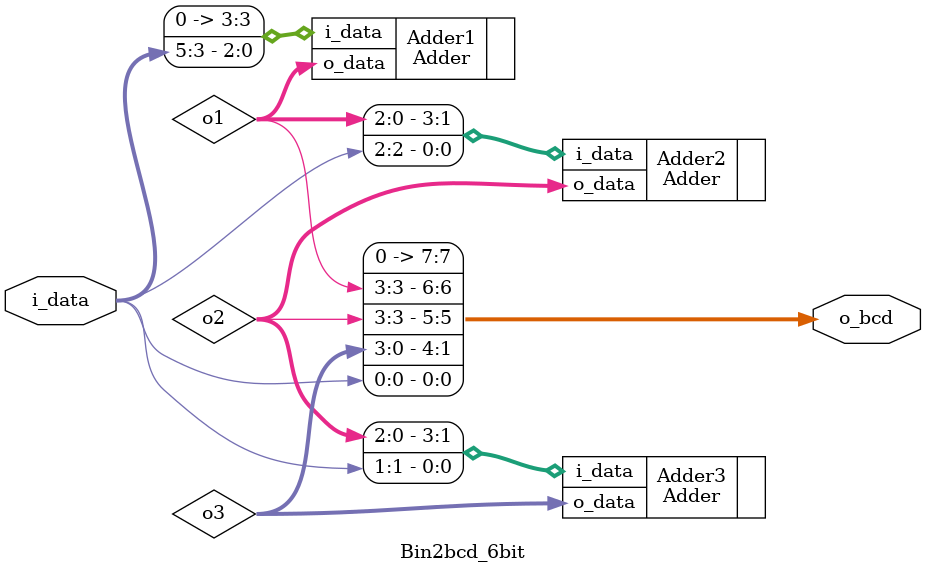
<source format=v>
module Bin2bcd_6bit(
    input  wire [5:0] i_data,
    output wire [7:0] o_bcd
);

wire [3:0] o1, o2, o3, o4;
Adder Adder1(
    .i_data ({1'b0, i_data[5:3]}),
    .o_data  (o1)
);
Adder Adder2(
    .i_data ({o1[2:0], i_data[2]}),
    .o_data  (o2)
);
Adder Adder3(
    .i_data ({o2[2:0], i_data[1]}),
    .o_data (o3)
);
assign o_bcd = {1'b0, o1[3], o2[3], o3, i_data[0]};

endmodule
</source>
